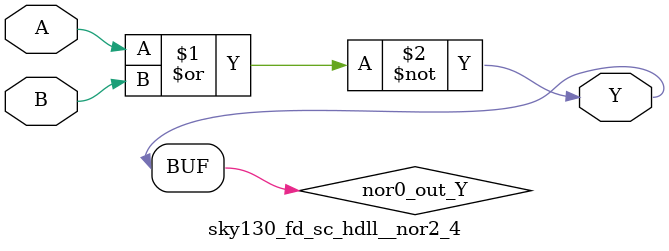
<source format=v>
/*
 * Copyright 2020 The SkyWater PDK Authors
 *
 * Licensed under the Apache License, Version 2.0 (the "License");
 * you may not use this file except in compliance with the License.
 * You may obtain a copy of the License at
 *
 *     https://www.apache.org/licenses/LICENSE-2.0
 *
 * Unless required by applicable law or agreed to in writing, software
 * distributed under the License is distributed on an "AS IS" BASIS,
 * WITHOUT WARRANTIES OR CONDITIONS OF ANY KIND, either express or implied.
 * See the License for the specific language governing permissions and
 * limitations under the License.
 *
 * SPDX-License-Identifier: Apache-2.0
*/


`ifndef SKY130_FD_SC_HDLL__NOR2_4_FUNCTIONAL_V
`define SKY130_FD_SC_HDLL__NOR2_4_FUNCTIONAL_V

/**
 * nor2: 2-input NOR.
 *
 * Verilog simulation functional model.
 */

`timescale 1ns / 1ps
`default_nettype none

`celldefine
module sky130_fd_sc_hdll__nor2_4 (
    Y,
    A,
    B
);

    // Module ports
    output Y;
    input  A;
    input  B;

    // Local signals
    wire nor0_out_Y;

    //  Name  Output      Other arguments
    nor nor0 (nor0_out_Y, A, B           );
    buf buf0 (Y         , nor0_out_Y     );

endmodule
`endcelldefine

`default_nettype wire
`endif  // SKY130_FD_SC_HDLL__NOR2_4_FUNCTIONAL_V

</source>
